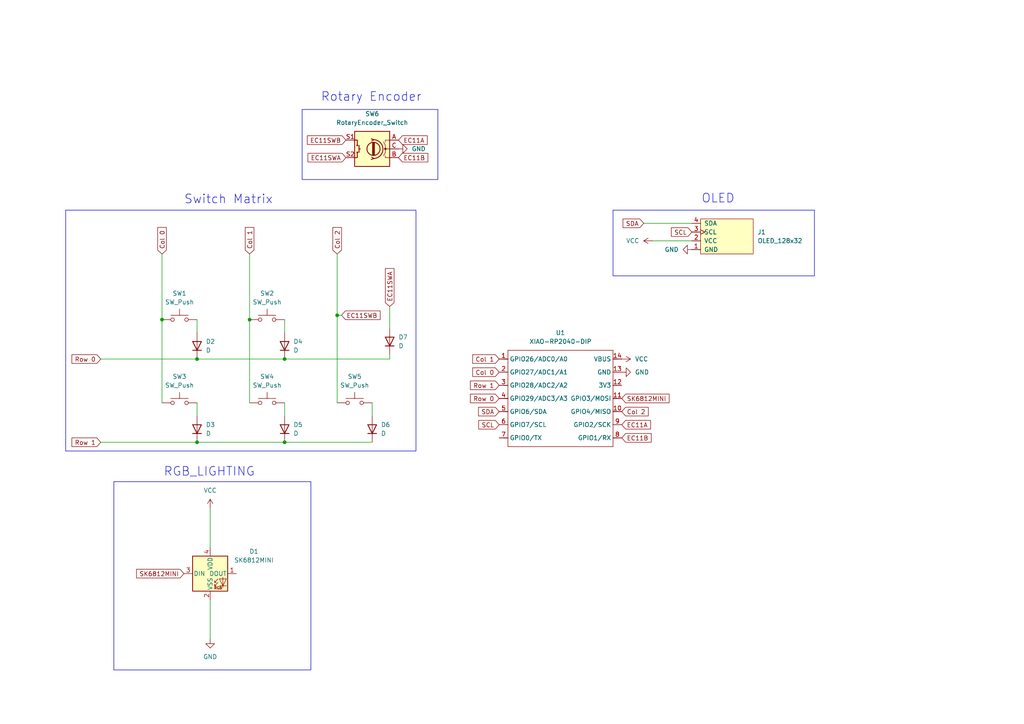
<source format=kicad_sch>
(kicad_sch (version 20250114) (generator "eeschema") (generator_version "9.0")
  (paper "A4")
  (title_block (title "MusicPad Schematic") (date "2025-06-03"))
  (lib_symbols
    (symbol "Device:D" (pin_numbers (hide yes)) (pin_names (offset 1.016) (hide yes))
      (property "Reference" "D" (at 0 2.54 0))
      (property "Value" "D" (at 0 -2.54 0))
      (symbol "D_0_1"
        (polyline (pts (xy -1.27 1.27) (xy -1.27 -1.27)) (stroke (width 0.254)))
        (polyline (pts (xy 1.27 1.27) (xy 1.27 -1.27) (xy -1.27 0) (xy 1.27 1.27)) (stroke (width 0.254)))
        (polyline (pts (xy 1.27 0) (xy -1.27 0)))
      )
      (symbol "D_1_1"
        (pin passive line (at -3.81 0 0) (length 2.54) (name "K") (number "1"))
        (pin passive line (at 3.81 0 180) (length 2.54) (name "A") (number "2"))
      )
    )
    (symbol "Device:RotaryEncoder_Switch" (pin_names (offset 0.254) (hide yes))
      (property "Reference" "SW" (at 0 6.604 0))
      (property "Value" "RotaryEncoder_Switch" (at 0 -6.604 0))
      (symbol "RotaryEncoder_Switch_0_1"
        (rectangle (start -5.08 5.08) (end 5.08 -5.08) (stroke (width 0.254)) (fill (type background)))
        (polyline (pts (xy -5.08 2.54) (xy -3.81 2.54) (xy -3.81 2.032)))
        (polyline (pts (xy -5.08 0) (xy -3.81 0) (xy -3.81 -1.016) (xy -3.302 -2.032)))
        (polyline (pts (xy -5.08 -2.54) (xy -3.81 -2.54) (xy -3.81 -2.032)))
        (polyline (pts (xy -4.318 0) (xy -3.81 0) (xy -3.81 1.016) (xy -3.302 2.032)))
        (circle (center -3.81 0) (radius 0.254) (fill (type outline)))
        (polyline (pts (xy -0.635 -1.778) (xy -0.635 1.778)) (stroke (width 0.254)))
        (circle (center -0.381 0) (radius 1.905) (stroke (width 0.254)))
        (polyline (pts (xy -0.381 -1.778) (xy -0.381 1.778)) (stroke (width 0.254)))
        (arc (start -0.381 -2.794) (mid -3.0988 -0.0635) (end -0.381 2.667) (stroke (width 0.254)))
        (polyline (pts (xy -0.127 1.778) (xy -0.127 -1.778)) (stroke (width 0.254)))
        (polyline (pts (xy 0.254 2.921) (xy -0.508 2.667) (xy 0.127 2.286)) (stroke (width 0.254)))
        (polyline (pts (xy 0.254 -3.048) (xy -0.508 -2.794) (xy 0.127 -2.413)) (stroke (width 0.254)))
        (polyline (pts (xy 3.81 1.016) (xy 3.81 -1.016)) (stroke (width 0.254)))
        (polyline (pts (xy 3.81 0) (xy 3.429 0)) (stroke (width 0.254)))
        (circle (center 4.318 1.016) (radius 0.127) (stroke (width 0.254)))
        (circle (center 4.318 -1.016) (radius 0.127) (stroke (width 0.254)))
        (polyline (pts (xy 5.08 2.54) (xy 4.318 2.54) (xy 4.318 1.016)) (stroke (width 0.254)))
        (polyline (pts (xy 5.08 -2.54) (xy 4.318 -2.54) (xy 4.318 -1.016)) (stroke (width 0.254)))
      )
      (symbol "RotaryEncoder_Switch_1_1"
        (pin passive line (at -7.62 2.54 0) (length 2.54) (name "A") (number "A"))
        (pin passive line (at -7.62 0 0) (length 2.54) (name "C") (number "C"))
        (pin passive line (at -7.62 -2.54 0) (length 2.54) (name "B") (number "B"))
        (pin passive line (at 7.62 2.54 180) (length 2.54) (name "S1") (number "S1"))
        (pin passive line (at 7.62 -2.54 180) (length 2.54) (name "S2") (number "S2"))
      )
    )
    (symbol "LED:SK6812MINI" (pin_names (offset 0.254))
      (property "Reference" "D" (at 5.08 5.715 0))
      (property "Value" "SK6812MINI" (at 1.27 -5.715 0))
      (symbol "SK6812MINI_0_0"
        (text "RGB" (at 2.286 -4.191 0) (effects (font (size 0.762 0.762))))
      )
      (symbol "SK6812MINI_0_1"
        (polyline (pts (xy 1.27 -2.54) (xy 1.778 -2.54)))
        (polyline (pts (xy 1.27 -3.556) (xy 1.778 -3.556)))
        (polyline (pts (xy 2.286 -1.524) (xy 1.27 -2.54) (xy 1.27 -2.032)))
        (polyline (pts (xy 2.286 -2.54) (xy 1.27 -3.556) (xy 1.27 -3.048)))
        (polyline (pts (xy 3.683 -1.016) (xy 3.683 -3.556) (xy 3.683 -4.064)))
        (polyline (pts (xy 4.699 -1.524) (xy 2.667 -1.524) (xy 3.683 -3.556) (xy 4.699 -1.524)))
        (polyline (pts (xy 4.699 -3.556) (xy 2.667 -3.556)))
        (rectangle (start 5.08 5.08) (end -5.08 -5.08) (stroke (width 0.254)) (fill (type background)))
      )
      (symbol "SK6812MINI_1_1"
        (pin input line (at -7.62 0 0) (length 2.54) (name "DIN") (number "3"))
        (pin power_in line (at 0 7.62 270) (length 2.54) (name "VDD") (number "4"))
        (pin power_in line (at 0 -7.62 90) (length 2.54) (name "VSS") (number "2"))
        (pin output line (at 7.62 0 180) (length 2.54) (name "DOUT") (number "1"))
      )
    )
    (symbol "OPL:XIAO-RP2040-DIP"
      (property "Reference" "U" (at 0 0 0))
      (property "Value" "XIAO-RP2040-DIP" (at 5.334 -1.778 0))
      (symbol "XIAO-RP2040-DIP_1_0"
        (polyline (pts (xy -1.27 -2.54) (xy 29.21 -2.54)) (stroke (width 0.1524)))
        (polyline (pts (xy -1.27 -5.08) (xy -2.54 -5.08)) (stroke (width 0.1524)))
        (polyline (pts (xy -1.27 -5.08) (xy -1.27 -2.54)) (stroke (width 0.1524)))
        (polyline (pts (xy -1.27 -8.89) (xy -2.54 -8.89)) (stroke (width 0.1524)))
        (polyline (pts (xy -1.27 -8.89) (xy -1.27 -5.08)) (stroke (width 0.1524)))
        (polyline (pts (xy -1.27 -12.7) (xy -2.54 -12.7)) (stroke (width 0.1524)))
        (polyline (pts (xy -1.27 -12.7) (xy -1.27 -8.89)) (stroke (width 0.1524)))
        (polyline (pts (xy -1.27 -16.51) (xy -2.54 -16.51)) (stroke (width 0.1524)))
        (polyline (pts (xy -1.27 -16.51) (xy -1.27 -12.7)) (stroke (width 0.1524)))
        (polyline (pts (xy -1.27 -20.32) (xy -2.54 -20.32)) (stroke (width 0.1524)))
        (polyline (pts (xy -1.27 -24.13) (xy -2.54 -24.13)) (stroke (width 0.1524)))
        (polyline (pts (xy -1.27 -27.94) (xy -2.54 -27.94)) (stroke (width 0.1524)))
        (polyline (pts (xy -1.27 -30.48) (xy -1.27 -16.51)) (stroke (width 0.1524)))
        (polyline (pts (xy 29.21 -2.54) (xy 29.21 -5.08)) (stroke (width 0.1524)))
        (polyline (pts (xy 29.21 -5.08) (xy 29.21 -8.89)) (stroke (width 0.1524)))
        (polyline (pts (xy 29.21 -8.89) (xy 29.21 -12.7)) (stroke (width 0.1524)))
        (polyline (pts (xy 29.21 -12.7) (xy 29.21 -30.48)) (stroke (width 0.1524)))
        (polyline (pts (xy 29.21 -30.48) (xy -1.27 -30.48)) (stroke (width 0.1524)))
        (polyline (pts (xy 30.48 -5.08) (xy 29.21 -5.08)) (stroke (width 0.1524)))
        (polyline (pts (xy 30.48 -8.89) (xy 29.21 -8.89)) (stroke (width 0.1524)))
        (polyline (pts (xy 30.48 -12.7) (xy 29.21 -12.7)) (stroke (width 0.1524)))
        (polyline (pts (xy 30.48 -16.51) (xy 29.21 -16.51)) (stroke (width 0.1524)))
        (polyline (pts (xy 30.48 -20.32) (xy 29.21 -20.32)) (stroke (width 0.1524)))
        (polyline (pts (xy 30.48 -24.13) (xy 29.21 -24.13)) (stroke (width 0.1524)))
        (polyline (pts (xy 30.48 -27.94) (xy 29.21 -27.94)) (stroke (width 0.1524)))
        (pin passive line (at -3.81 -5.08 0) (length 2.54) (name "GPIO26/ADC0/A0") (number "1"))
        (pin passive line (at -3.81 -8.89 0) (length 2.54) (name "GPIO27/ADC1/A1") (number "2"))
        (pin passive line (at -3.81 -12.7 0) (length 2.54) (name "GPIO28/ADC2/A2") (number "3"))
        (pin passive line (at -3.81 -16.51 0) (length 2.54) (name "GPIO29/ADC3/A3") (number "4"))
        (pin passive line (at -3.81 -20.32 0) (length 2.54) (name "GPIO6/SDA") (number "5"))
        (pin passive line (at -3.81 -24.13 0) (length 2.54) (name "GPIO7/SCL") (number "6"))
        (pin passive line (at -3.81 -27.94 0) (length 2.54) (name "GPIO0/TX") (number "7"))
        (pin passive line (at 31.75 -5.08 180) (length 2.54) (name "VBUS") (number "14"))
        (pin passive line (at 31.75 -8.89 180) (length 2.54) (name "GND") (number "13"))
        (pin passive line (at 31.75 -12.7 180) (length 2.54) (name "3V3") (number "12"))
        (pin passive line (at 31.75 -16.51 180) (length 2.54) (name "GPIO3/MOSI") (number "11"))
        (pin passive line (at 31.75 -20.32 180) (length 2.54) (name "GPIO4/MISO") (number "10"))
        (pin passive line (at 31.75 -24.13 180) (length 2.54) (name "GPIO2/SCK") (number "9"))
        (pin passive line (at 31.75 -27.94 180) (length 2.54) (name "GPIO1/RX") (number "8"))
      )
    )
    (symbol "ScottoKeebs:OLED_128x32" (pin_names (offset 1.016))
      (property "Reference" "J" (at 0 -6.35 0))
      (property "Value" "OLED_128x32" (at 0 6.35 0))
      (symbol "OLED_128x32_0_1"
        (rectangle (start 0 5.08) (end 15.24 -5.08) (fill (type background)))
      )
      (symbol "OLED_128x32_1_1"
        (pin bidirectional line (at -2.54 3.81 0) (length 2.54) (name "SDA") (number "4"))
        (pin input clock (at -2.54 1.27 0) (length 2.54) (name "SCL") (number "3"))
        (pin power_in line (at -2.54 -1.27 0) (length 2.54) (name "VCC") (number "2"))
        (pin power_in line (at -2.54 -3.81 0) (length 2.54) (name "GND") (number "1"))
      )
    )
    (symbol "Switch:SW_Push" (pin_numbers (hide yes)) (pin_names (offset 1.016) (hide yes))
      (property "Reference" "SW" (at 1.27 2.54 0))
      (property "Value" "SW_Push" (at 0 -1.524 0))
      (symbol "SW_Push_0_1"
        (circle (center -2.032 0) (radius 0.508))
        (polyline (pts (xy 0 1.27) (xy 0 3.048)))
        (circle (center 2.032 0) (radius 0.508))
        (polyline (pts (xy 2.54 1.27) (xy -2.54 1.27)))
        (pin passive line (at -5.08 0 0) (length 2.54) (name "1") (number "1"))
        (pin passive line (at 5.08 0 180) (length 2.54) (name "2") (number "2"))
      )
    )
    (symbol "power:GND" (power) (pin_numbers (hide yes)) (pin_names (offset 0) (hide yes))
      (property "Value" "GND" (at 0 -3.81 0))
      (symbol "GND_0_1"
        (polyline (pts (xy 0 0) (xy 0 -1.27) (xy 1.27 -1.27) (xy 0 -2.54) (xy -1.27 -1.27) (xy 0 -1.27)))
      )
      (symbol "GND_1_1"
        (pin power_in line (at 0 0 270) (length 0) (name "~") (number "1"))
      )
    )
    (symbol "power:VCC" (power) (pin_numbers (hide yes)) (pin_names (offset 0) (hide yes))
      (property "Value" "VCC" (at 0 3.556 0))
      (symbol "VCC_0_1"
        (polyline (pts (xy -0.762 1.27) (xy 0 2.54)))
        (polyline (pts (xy 0 2.54) (xy 0.762 1.27)))
        (polyline (pts (xy 0 0) (xy 0 2.54)))
      )
      (symbol "VCC_1_1"
        (pin power_in line (at 0 0 90) (length 0) (name "~") (number "1"))
      )
    )
  )
  (rectangle (start 87.63 31.75) (end 127 52.07))
  (rectangle (start 33.02 139.7) (end 90.17 194.31))
  (rectangle (start 19.05 60.96) (end 120.65 130.81))
  (rectangle (start 177.8 60.96) (end 236.22 80.01))
  (text "OLED" (at 208.28 57.658 0) (effects (font (size 2.54 2.54))))
  (text "Rotary Encoder" (at 107.696 28.194 0) (effects (font (size 2.54 2.54))))
  (text "Switch Matrix" (at 66.294 57.912 0) (effects (font (size 2.54 2.54))))
  (text "RGB_LIGHTING\n" (at 60.706 136.906 0) (effects (font (size 2.54 2.54))))
  (junction (at 57.15 128.27))
  (junction (at 57.15 104.14))
  (junction (at 82.55 128.27))
  (junction (at 72.39 92.71))
  (junction (at 82.55 104.14))
  (junction (at 97.79 91.44))
  (junction (at 46.99 92.71))
  (wire (pts (xy 60.96 147.32) (xy 60.96 158.75)))
  (wire (pts (xy 97.79 73.66) (xy 97.79 91.44)))
  (wire (pts (xy 57.15 92.71) (xy 57.15 96.52)))
  (wire (pts (xy 57.15 128.27) (xy 82.55 128.27)))
  (wire (pts (xy 29.21 128.27) (xy 57.15 128.27)))
  (wire (pts (xy 189.23 69.85) (xy 200.66 69.85)))
  (wire (pts (xy 72.39 92.71) (xy 72.39 116.84)))
  (wire (pts (xy 57.15 104.14) (xy 82.55 104.14)))
  (wire (pts (xy 82.55 128.27) (xy 107.95 128.27)))
  (wire (pts (xy 46.99 92.71) (xy 46.99 116.84)))
  (wire (pts (xy 82.55 116.84) (xy 82.55 120.65)))
  (wire (pts (xy 97.79 91.44) (xy 97.79 116.84)))
  (wire (pts (xy 186.69 64.77) (xy 200.66 64.77)))
  (wire (pts (xy 113.03 102.87) (xy 113.03 104.14)))
  (wire (pts (xy 82.55 92.71) (xy 82.55 96.52)))
  (wire (pts (xy 113.03 88.9) (xy 113.03 95.25)))
  (wire (pts (xy 46.99 73.66) (xy 46.99 92.71)))
  (wire (pts (xy 29.21 104.14) (xy 57.15 104.14)))
  (wire (pts (xy 99.06 91.44) (xy 97.79 91.44)))
  (wire (pts (xy 60.96 173.99) (xy 60.96 185.42)))
  (wire (pts (xy 107.95 116.84) (xy 107.95 120.65)))
  (wire (pts (xy 72.39 73.66) (xy 72.39 92.71)))
  (wire (pts (xy 82.55 104.14) (xy 113.03 104.14)))
  (wire (pts (xy 57.15 116.84) (xy 57.15 120.65)))
  (global_label "EC11SWA" (shape input) (at 100.33 45.72 180) (property "Intersheetrefs" "${INTERSHEET_REFS}" (effects (hide yes))))
  (global_label "EC11SWB" (shape input) (at 100.33 40.64 180) (property "Intersheetrefs" "${INTERSHEET_REFS}" (effects (hide yes))))
  (global_label "Row 0" (shape input) (at 29.21 104.14 180) (property "Intersheetrefs" "${INTERSHEET_REFS}" (effects (hide yes))))
  (global_label "EC11A" (shape input) (at 180.34 123.19 0) (property "Intersheetrefs" "${INTERSHEET_REFS}" (effects (hide yes))))
  (global_label "EC11SWB" (shape input) (at 99.06 91.44 0) (property "Intersheetrefs" "${INTERSHEET_REFS}" (effects (hide yes))))
  (global_label "SDA" (shape input) (at 186.69 64.77 180) (property "Intersheetrefs" "${INTERSHEET_REFS}" (effects (hide yes))))
  (global_label "EC11A" (shape input) (at 115.57 40.64 0) (property "Intersheetrefs" "${INTERSHEET_REFS}" (effects (hide yes))))
  (global_label "Row 0" (shape input) (at 144.78 115.57 180) (property "Intersheetrefs" "${INTERSHEET_REFS}" (effects (hide yes))))
  (global_label "EC11B" (shape input) (at 115.57 45.72 0) (property "Intersheetrefs" "${INTERSHEET_REFS}" (effects (hide yes))))
  (global_label "EC11B" (shape input) (at 180.34 127 0) (property "Intersheetrefs" "${INTERSHEET_REFS}" (effects (hide yes))))
  (global_label "Col 1" (shape input) (at 72.39 73.66 90) (property "Intersheetrefs" "${INTERSHEET_REFS}" (effects (hide yes))))
  (global_label "Col 0" (shape input) (at 46.99 73.66 90) (property "Intersheetrefs" "${INTERSHEET_REFS}" (effects (hide yes))))
  (global_label "SK6812MINI" (shape input) (at 53.34 166.37 180) (property "Intersheetrefs" "${INTERSHEET_REFS}" (effects (hide yes))))
  (global_label "Col 1" (shape input) (at 144.78 104.14 180) (property "Intersheetrefs" "${INTERSHEET_REFS}" (effects (hide yes))))
  (global_label "Col 2" (shape input) (at 97.79 73.66 90) (property "Intersheetrefs" "${INTERSHEET_REFS}" (effects (hide yes))))
  (global_label "Col 0" (shape input) (at 144.78 107.95 180) (property "Intersheetrefs" "${INTERSHEET_REFS}" (effects (hide yes))))
  (global_label "SCL" (shape input) (at 200.66 67.31 180) (property "Intersheetrefs" "${INTERSHEET_REFS}" (effects (hide yes))))
  (global_label "SDA" (shape input) (at 144.78 119.38 180) (property "Intersheetrefs" "${INTERSHEET_REFS}" (effects (hide yes))))
  (global_label "SK6812MINI" (shape input) (at 180.34 115.57 0) (property "Intersheetrefs" "${INTERSHEET_REFS}" (effects (hide yes))))
  (global_label "EC11SWA" (shape input) (at 113.03 88.9 90) (property "Intersheetrefs" "${INTERSHEET_REFS}" (effects (hide yes))))
  (global_label "Col 2" (shape input) (at 180.34 119.38 0) (property "Intersheetrefs" "${INTERSHEET_REFS}" (effects (hide yes))))
  (global_label "Row 1" (shape input) (at 144.78 111.76 180) (property "Intersheetrefs" "${INTERSHEET_REFS}" (effects (hide yes))))
  (global_label "Row 1" (shape input) (at 29.21 128.27 180) (property "Intersheetrefs" "${INTERSHEET_REFS}" (effects (hide yes))))
  (global_label "SCL" (shape input) (at 144.78 123.19 180) (property "Intersheetrefs" "${INTERSHEET_REFS}" (effects (hide yes))))
  (symbol (lib_id "power:GND") (at 200.66 72.39 270) (unit 1)
    (property "Reference" "#PWR06" (effects (hide yes)))
    (property "Value" "GND" (at 196.85 72.3899 90) (effects (justify right)))
    (property "Description" "Power symbol creates a global label with name \"GND\" , ground" (effects (hide yes)))
  )
  (symbol (lib_id "power:VCC") (at 189.23 69.85 90) (unit 1)
    (property "Reference" "#PWR07" (effects (hide yes)))
    (property "Value" "VCC" (at 185.42 69.8499 90) (effects (justify left)))
    (property "Description" "Power symbol creates a global label with name \"VCC\"" (effects (hide yes)))
  )
  (symbol (lib_id "Device:D") (at 57.15 124.46 90) (unit 1)
    (property "Reference" "D3" (at 59.69 123.1899 90) (effects (justify right)))
    (property "Value" "D" (at 59.69 125.7299 90) (effects (justify right)))
    (property "Footprint" "Diode_THT:D_DO-35_SOD27_P7.62mm_Horizontal" (effects (hide yes)))
    (property "Description" "Diode" (effects (hide yes)))
    (property "Sim.Device" "D" (effects (hide yes)))
    (property "Sim.Pins" "1=K 2=A" (effects (hide yes)))
  )
  (symbol (lib_id "power:VCC") (at 60.96 147.32 0) (unit 1)
    (property "Reference" "#PWR01" (effects (hide yes)))
    (property "Value" "VCC" (at 60.96 142.24 0))
    (property "Description" "Power symbol creates a global label with name \"VCC\"" (effects (hide yes)))
  )
  (symbol (lib_id "ScottoKeebs:OLED_128x32") (at 203.2 68.58 0) (unit 1)
    (property "Reference" "J1" (at 219.71 67.3099 0) (effects (justify left)))
    (property "Value" "OLED_128x32" (at 219.71 69.8499 0) (effects (justify left)))
    (property "Footprint" "ScottoKeebs_Components:OLED_128x32" (effects (hide yes)))
  )
  (symbol (lib_id "Switch:SW_Push") (at 77.47 92.71 0) (unit 1)
    (property "Reference" "SW2" (at 77.47 85.09 0))
    (property "Value" "SW_Push" (at 77.47 87.63 0))
    (property "Footprint" "Button_Switch_Keyboard:SW_Cherry_MX_1.00u_PCB" (effects (hide yes)))
    (property "Description" "Push button switch, generic, two pins" (effects (hide yes)))
  )
  (symbol (lib_id "power:GND") (at 115.57 43.18 90) (unit 1)
    (property "Reference" "#PWR03" (effects (hide yes)))
    (property "Value" "GND" (at 119.38 43.1799 90) (effects (justify right)))
    (property "Description" "Power symbol creates a global label with name \"GND\" , ground" (effects (hide yes)))
  )
  (symbol (lib_id "power:VCC") (at 180.34 104.14 270) (unit 1)
    (property "Reference" "#PWR04" (effects (hide yes)))
    (property "Value" "VCC" (at 184.15 104.1399 90) (effects (justify left)))
    (property "Description" "Power symbol creates a global label with name \"VCC\"" (effects (hide yes)))
  )
  (symbol (lib_id "Device:RotaryEncoder_Switch") (at 107.95 43.18 0) (mirror y) (unit 1)
    (property "Reference" "SW6" (at 107.95 33.02 0))
    (property "Value" "RotaryEncoder_Switch" (at 107.95 35.56 0))
    (property "Footprint" "Rotary_Encoder:RotaryEncoder_Alps_EC11E-Switch_Vertical_H20mm" (effects (hide yes)))
    (property "Description" "Rotary encoder, dual channel, incremental quadrate outputs, with switch" (effects (hide yes)))
  )
  (symbol (lib_id "Switch:SW_Push") (at 102.87 116.84 0) (unit 1)
    (property "Reference" "SW5" (at 102.87 109.22 0))
    (property "Value" "SW_Push" (at 102.87 111.76 0))
    (property "Footprint" "Button_Switch_Keyboard:SW_Cherry_MX_1.00u_PCB" (effects (hide yes)))
    (property "Description" "Push button switch, generic, two pins" (effects (hide yes)))
  )
  (symbol (lib_id "power:GND") (at 180.34 107.95 90) (unit 1)
    (property "Reference" "#PWR05" (effects (hide yes)))
    (property "Value" "GND" (at 184.15 107.9499 90) (effects (justify right)))
    (property "Description" "Power symbol creates a global label with name \"GND\" , ground" (effects (hide yes)))
  )
  (symbol (lib_id "Switch:SW_Push") (at 52.07 92.71 0) (unit 1)
    (property "Reference" "SW1" (at 52.07 85.09 0))
    (property "Value" "SW_Push" (at 52.07 87.63 0))
    (property "Footprint" "Button_Switch_Keyboard:SW_Cherry_MX_1.00u_PCB" (effects (hide yes)))
    (property "Description" "Push button switch, generic, two pins" (effects (hide yes)))
  )
  (symbol (lib_id "Device:D") (at 107.95 124.46 90) (unit 1)
    (property "Reference" "D6" (at 110.49 123.1899 90) (effects (justify right)))
    (property "Value" "D" (at 110.49 125.7299 90) (effects (justify right)))
    (property "Footprint" "Diode_THT:D_DO-35_SOD27_P7.62mm_Horizontal" (effects (hide yes)))
    (property "Description" "Diode" (effects (hide yes)))
    (property "Sim.Device" "D" (effects (hide yes)))
    (property "Sim.Pins" "1=K 2=A" (effects (hide yes)))
  )
  (symbol (lib_id "Device:D") (at 82.55 124.46 90) (unit 1)
    (property "Reference" "D5" (at 85.09 123.1899 90) (effects (justify right)))
    (property "Value" "D" (at 85.09 125.7299 90) (effects (justify right)))
    (property "Footprint" "Diode_THT:D_DO-35_SOD27_P7.62mm_Horizontal" (effects (hide yes)))
    (property "Description" "Diode" (effects (hide yes)))
    (property "Sim.Device" "D" (effects (hide yes)))
    (property "Sim.Pins" "1=K 2=A" (effects (hide yes)))
  )
  (symbol (lib_id "power:GND") (at 60.96 185.42 0) (unit 1)
    (property "Reference" "#PWR02" (effects (hide yes)))
    (property "Value" "GND" (at 60.96 190.5 0))
    (property "Description" "Power symbol creates a global label with name \"GND\" , ground" (effects (hide yes)))
  )
  (symbol (lib_id "Device:D") (at 113.03 99.06 90) (unit 1)
    (property "Reference" "D7" (at 115.57 97.7899 90) (effects (justify right)))
    (property "Value" "D" (at 115.57 100.3299 90) (effects (justify right)))
    (property "Footprint" "Diode_THT:D_DO-35_SOD27_P7.62mm_Horizontal" (effects (hide yes)))
    (property "Description" "Diode" (effects (hide yes)))
    (property "Sim.Device" "D" (effects (hide yes)))
    (property "Sim.Pins" "1=K 2=A" (effects (hide yes)))
  )
  (symbol (lib_id "LED:SK6812MINI") (at 60.96 166.37 0) (unit 1)
    (property "Reference" "D1" (at 73.66 159.9498 0))
    (property "Value" "SK6812MINI" (at 73.66 162.4898 0))
    (property "Footprint" "LED_SMD:LED_SK6812MINI_PLCC4_3.5x3.5mm_P1.75mm" (effects (hide yes)))
    (property "Datasheet" "https://cdn-shop.adafruit.com/product-files/2686/SK6812MINI_REV.01-1-2.pdf" (effects (hide yes)))
    (property "Description" "RGB LED with integrated controller" (effects (hide yes)))
  )
  (symbol (lib_id "Switch:SW_Push") (at 77.47 116.84 0) (unit 1)
    (property "Reference" "SW4" (at 77.47 109.22 0))
    (property "Value" "SW_Push" (at 77.47 111.76 0))
    (property "Footprint" "Button_Switch_Keyboard:SW_Cherry_MX_1.00u_PCB" (effects (hide yes)))
    (property "Description" "Push button switch, generic, two pins" (effects (hide yes)))
  )
  (symbol (lib_id "OPL:XIAO-RP2040-DIP") (at 148.59 99.06 0) (unit 1)
    (property "Reference" "U1" (at 162.56 96.52 0))
    (property "Value" "XIAO-RP2040-DIP" (at 162.56 99.06 0))
    (property "Footprint" "OPL:XIAO-RP2040-DIP" (effects (hide yes)))
  )
  (symbol (lib_id "Switch:SW_Push") (at 52.07 116.84 0) (unit 1)
    (property "Reference" "SW3" (at 52.07 109.22 0))
    (property "Value" "SW_Push" (at 52.07 111.76 0))
    (property "Footprint" "Button_Switch_Keyboard:SW_Cherry_MX_1.00u_PCB" (effects (hide yes)))
    (property "Description" "Push button switch, generic, two pins" (effects (hide yes)))
  )
  (symbol (lib_id "Device:D") (at 57.15 100.33 90) (unit 1)
    (property "Reference" "D2" (at 59.69 99.0599 90) (effects (justify right)))
    (property "Value" "D" (at 59.69 101.5999 90) (effects (justify right)))
    (property "Footprint" "Diode_THT:D_DO-35_SOD27_P7.62mm_Horizontal" (effects (hide yes)))
    (property "Description" "Diode" (effects (hide yes)))
    (property "Sim.Device" "D" (effects (hide yes)))
    (property "Sim.Pins" "1=K 2=A" (effects (hide yes)))
  )
  (symbol (lib_id "Device:D") (at 82.55 100.33 90) (unit 1)
    (property "Reference" "D4" (at 85.09 99.0599 90) (effects (justify right)))
    (property "Value" "D" (at 85.09 101.5999 90) (effects (justify right)))
    (property "Footprint" "Diode_THT:D_DO-35_SOD27_P7.62mm_Horizontal" (effects (hide yes)))
    (property "Description" "Diode" (effects (hide yes)))
    (property "Sim.Device" "D" (effects (hide yes)))
    (property "Sim.Pins" "1=K 2=A" (effects (hide yes)))
  )
)
</source>
